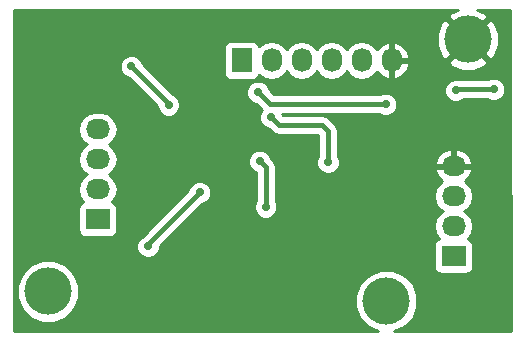
<source format=gbr>
G04 #@! TF.FileFunction,Copper,L2,Bot,Signal*
%FSLAX46Y46*%
G04 Gerber Fmt 4.6, Leading zero omitted, Abs format (unit mm)*
G04 Created by KiCad (PCBNEW (2015-07-31 BZR 6030)-product) date Sat Sep 12 09:44:37 2015*
%MOMM*%
G01*
G04 APERTURE LIST*
%ADD10C,0.100000*%
%ADD11C,4.000000*%
%ADD12R,1.727200X2.032000*%
%ADD13O,1.727200X2.032000*%
%ADD14R,2.032000X1.727200*%
%ADD15O,2.032000X1.727200*%
%ADD16C,0.700000*%
%ADD17C,0.400000*%
%ADD18C,0.254000*%
G04 APERTURE END LIST*
D10*
D11*
X209350400Y-46150400D03*
X173790400Y-67486400D03*
D12*
X190198800Y-47928400D03*
D13*
X192738800Y-47928400D03*
X195278800Y-47928400D03*
X197818800Y-47928400D03*
X200358800Y-47928400D03*
X202898800Y-47928400D03*
D14*
X208131200Y-64489200D03*
D15*
X208131200Y-61949200D03*
X208131200Y-59409200D03*
X208131200Y-56869200D03*
D14*
X178006800Y-61390400D03*
D15*
X178006800Y-58850400D03*
X178006800Y-56310400D03*
X178006800Y-53770400D03*
D11*
X202441600Y-68299200D03*
X209350400Y-46150400D03*
X173790400Y-67486400D03*
D12*
X190198800Y-47928400D03*
D13*
X192738800Y-47928400D03*
X195278800Y-47928400D03*
X197818800Y-47928400D03*
X200358800Y-47928400D03*
X202898800Y-47928400D03*
D14*
X208131200Y-64489200D03*
D15*
X208131200Y-61949200D03*
X208131200Y-59409200D03*
X208131200Y-56869200D03*
D14*
X178006800Y-61390400D03*
D15*
X178006800Y-58850400D03*
X178006800Y-56310400D03*
X178006800Y-53770400D03*
D11*
X202441600Y-68299200D03*
D16*
X211534800Y-50366800D03*
X211534800Y-50366800D03*
X208334400Y-50468400D03*
X202390800Y-51636800D03*
X191570400Y-50620800D03*
X208334400Y-50468400D03*
X202390800Y-51636800D03*
X191570400Y-50620800D03*
X177395400Y-47916400D03*
X196142400Y-65200400D03*
X204473600Y-57936000D03*
X180851600Y-52449600D03*
X181512000Y-61644400D03*
X196142400Y-65200400D03*
X204473600Y-57936000D03*
X180851600Y-52449600D03*
X181512000Y-61644400D03*
X197514000Y-56564400D03*
X192688000Y-52754400D03*
X197514000Y-56564400D03*
X192688000Y-52754400D03*
X192230800Y-60323600D03*
X191722800Y-56462800D03*
X192230800Y-60323600D03*
X191722800Y-56462800D03*
X182274000Y-63676400D03*
X186642800Y-59104400D03*
X182274000Y-63676400D03*
X186642800Y-59104400D03*
X180851600Y-48436400D03*
X180851600Y-48436400D03*
X184001200Y-51687600D03*
X184001200Y-51687600D03*
D17*
X208436000Y-50366800D02*
X211534800Y-50366800D01*
X208334400Y-50468400D02*
X208436000Y-50366800D01*
X192586400Y-51636800D02*
X202390800Y-51636800D01*
X191570400Y-50620800D02*
X192586400Y-51636800D01*
X208436000Y-50366800D02*
X211534800Y-50366800D01*
X208334400Y-50468400D02*
X208436000Y-50366800D01*
X192586400Y-51636800D02*
X202390800Y-51636800D01*
X191570400Y-50620800D02*
X192586400Y-51636800D01*
X203406800Y-65200400D02*
X196142400Y-65200400D01*
X203762400Y-64844800D02*
X203406800Y-65200400D01*
X203762400Y-58647200D02*
X203762400Y-64844800D01*
X204473600Y-57936000D02*
X203762400Y-58647200D01*
X180851600Y-52449600D02*
X181512000Y-53110000D01*
X181512000Y-53110000D02*
X181512000Y-61644400D01*
X203406800Y-65200400D02*
X196142400Y-65200400D01*
X203762400Y-64844800D02*
X203406800Y-65200400D01*
X203762400Y-58647200D02*
X203762400Y-64844800D01*
X204473600Y-57936000D02*
X203762400Y-58647200D01*
X180851600Y-52449600D02*
X181512000Y-53110000D01*
X181512000Y-53110000D02*
X181512000Y-61644400D01*
X197514000Y-53922800D02*
X197514000Y-56564400D01*
X197006000Y-53414800D02*
X197514000Y-53922800D01*
X193348400Y-53414800D02*
X197006000Y-53414800D01*
X192688000Y-52754400D02*
X193348400Y-53414800D01*
X197514000Y-53922800D02*
X197514000Y-56564400D01*
X197006000Y-53414800D02*
X197514000Y-53922800D01*
X193348400Y-53414800D02*
X197006000Y-53414800D01*
X192688000Y-52754400D02*
X193348400Y-53414800D01*
X192230800Y-56970800D02*
X192230800Y-60323600D01*
X191722800Y-56462800D02*
X192230800Y-56970800D01*
X192230800Y-56970800D02*
X192230800Y-60323600D01*
X191722800Y-56462800D02*
X192230800Y-56970800D01*
X182274000Y-63473200D02*
X182274000Y-63676400D01*
X186642800Y-59104400D02*
X182274000Y-63473200D01*
X182274000Y-63473200D02*
X182274000Y-63676400D01*
X186642800Y-59104400D02*
X182274000Y-63473200D01*
X180851600Y-48436400D02*
X184001200Y-51586000D01*
X180851600Y-48436400D02*
X184001200Y-51586000D01*
X184001200Y-51586000D02*
X184001200Y-51687600D01*
X184001200Y-51586000D02*
X184001200Y-51687600D01*
D18*
G36*
X203932258Y-70534347D02*
X204674142Y-69793757D01*
X205076142Y-68825633D01*
X205077057Y-67777366D01*
X204676747Y-66808542D01*
X203936157Y-66066658D01*
X202968033Y-65664658D01*
X201919766Y-65663743D01*
X200950942Y-66064053D01*
X200209058Y-66804643D01*
X200142653Y-66964566D01*
X176425857Y-66964566D01*
X176025547Y-65995742D01*
X175284957Y-65253858D01*
X174316833Y-64851858D01*
X173268566Y-64850943D01*
X172299742Y-65251253D01*
X171557858Y-65991843D01*
X171155858Y-66959967D01*
X171154943Y-68008234D01*
X171555253Y-68977058D01*
X172295843Y-69718942D01*
X173263967Y-70120942D01*
X174312234Y-70121857D01*
X175281058Y-69721547D01*
X176022942Y-68980957D01*
X176424942Y-68012833D01*
X176425857Y-66964566D01*
X200142653Y-66964566D01*
X199807058Y-67772767D01*
X199806143Y-68821034D01*
X200206453Y-69789858D01*
X200947043Y-70531742D01*
X201748654Y-70864600D01*
X170920200Y-70864600D01*
X170920200Y-43635800D01*
X208524831Y-43635800D01*
X207875753Y-43904657D01*
X207654984Y-44275378D01*
X209350400Y-45970795D01*
X211045816Y-44275378D01*
X210825047Y-43904657D01*
X210160956Y-43635800D01*
X212932034Y-43635800D01*
X212937611Y-46653388D01*
X211989519Y-46653388D01*
X211981113Y-45605153D01*
X211596143Y-44675753D01*
X211225422Y-44454984D01*
X209530005Y-46150400D01*
X209170795Y-46150400D01*
X207475378Y-44454984D01*
X207104657Y-44675753D01*
X206711281Y-45647412D01*
X206719687Y-46695647D01*
X207080400Y-47566487D01*
X204383984Y-47566487D01*
X204190754Y-47014080D01*
X203800836Y-46577668D01*
X203273591Y-46323691D01*
X203257826Y-46321042D01*
X203025800Y-46442183D01*
X203025800Y-47801400D01*
X204239724Y-47801400D01*
X204383984Y-47566487D01*
X207080400Y-47566487D01*
X207104657Y-47625047D01*
X207475378Y-47845816D01*
X209170795Y-46150400D01*
X209530005Y-46150400D01*
X211225422Y-47845816D01*
X211596143Y-47625047D01*
X211989519Y-46653388D01*
X212937611Y-46653388D01*
X212940147Y-48025422D01*
X211045816Y-48025422D01*
X209350400Y-46330005D01*
X207654984Y-48025422D01*
X207812729Y-48290313D01*
X204383984Y-48290313D01*
X204239724Y-48055400D01*
X203025800Y-48055400D01*
X203025800Y-49414617D01*
X202771800Y-49414617D01*
X202771800Y-48055400D01*
X202751800Y-48055400D01*
X202751800Y-47801400D01*
X202771800Y-47801400D01*
X202771800Y-46442183D01*
X202539774Y-46321042D01*
X202524009Y-46323691D01*
X201996764Y-46577668D01*
X201625261Y-46993469D01*
X201418470Y-46683985D01*
X200932289Y-46359129D01*
X200358800Y-46245055D01*
X199785311Y-46359129D01*
X199299130Y-46683985D01*
X199088800Y-46998766D01*
X198878470Y-46683985D01*
X198392289Y-46359129D01*
X197818800Y-46245055D01*
X197245311Y-46359129D01*
X196759130Y-46683985D01*
X196548800Y-46998766D01*
X196338470Y-46683985D01*
X195852289Y-46359129D01*
X195278800Y-46245055D01*
X194705311Y-46359129D01*
X194219130Y-46683985D01*
X194008800Y-46998766D01*
X193798470Y-46683985D01*
X193312289Y-46359129D01*
X192738800Y-46245055D01*
X192165311Y-46359129D01*
X191679130Y-46683985D01*
X191669557Y-46698313D01*
X191665562Y-46677083D01*
X191526490Y-46460959D01*
X191314290Y-46315969D01*
X191062400Y-46264960D01*
X189335200Y-46264960D01*
X189099883Y-46309238D01*
X188883759Y-46448310D01*
X188738769Y-46660510D01*
X188687760Y-46912400D01*
X188687760Y-48944400D01*
X188732038Y-49179717D01*
X188871110Y-49395841D01*
X189083310Y-49540831D01*
X189335200Y-49591840D01*
X191062400Y-49591840D01*
X191297717Y-49547562D01*
X191513841Y-49408490D01*
X191658831Y-49196290D01*
X191667200Y-49154961D01*
X191679130Y-49172815D01*
X192165311Y-49497671D01*
X192738800Y-49611745D01*
X193312289Y-49497671D01*
X193798470Y-49172815D01*
X194008800Y-48858034D01*
X194219130Y-49172815D01*
X194705311Y-49497671D01*
X195278800Y-49611745D01*
X195852289Y-49497671D01*
X196338470Y-49172815D01*
X196548800Y-48858034D01*
X196759130Y-49172815D01*
X197245311Y-49497671D01*
X197818800Y-49611745D01*
X198392289Y-49497671D01*
X198878470Y-49172815D01*
X199088800Y-48858034D01*
X199299130Y-49172815D01*
X199785311Y-49497671D01*
X200358800Y-49611745D01*
X200932289Y-49497671D01*
X201418470Y-49172815D01*
X201625261Y-48863331D01*
X201996764Y-49279132D01*
X202524009Y-49533109D01*
X202539774Y-49535758D01*
X202771800Y-49414617D01*
X203025800Y-49414617D01*
X203257826Y-49535758D01*
X203273591Y-49533109D01*
X203800836Y-49279132D01*
X204190754Y-48842720D01*
X204383984Y-48290313D01*
X207812729Y-48290313D01*
X207875753Y-48396143D01*
X208847412Y-48789519D01*
X209895647Y-48781113D01*
X210825047Y-48396143D01*
X211045816Y-48025422D01*
X212940147Y-48025422D01*
X212944115Y-50171731D01*
X212519970Y-50171731D01*
X212370329Y-49809571D01*
X212093486Y-49532245D01*
X211731588Y-49381972D01*
X211339731Y-49381630D01*
X210977571Y-49531271D01*
X210977041Y-49531800D01*
X208647334Y-49531800D01*
X208531188Y-49483572D01*
X208139331Y-49483230D01*
X207777171Y-49632871D01*
X207499845Y-49909714D01*
X207349572Y-50271612D01*
X207349230Y-50663469D01*
X207498871Y-51025629D01*
X207775714Y-51302955D01*
X208109924Y-51441731D01*
X203375970Y-51441731D01*
X203226329Y-51079571D01*
X202949486Y-50802245D01*
X202587588Y-50651972D01*
X202195731Y-50651630D01*
X201833571Y-50801271D01*
X201833041Y-50801800D01*
X192932268Y-50801800D01*
X192555127Y-50424659D01*
X192405929Y-50063571D01*
X192129086Y-49786245D01*
X191767188Y-49635972D01*
X191375331Y-49635630D01*
X191013171Y-49785271D01*
X190735845Y-50062114D01*
X190585572Y-50424012D01*
X190585230Y-50815869D01*
X190734871Y-51178029D01*
X191011714Y-51455355D01*
X191101243Y-51492531D01*
X184986370Y-51492531D01*
X184836729Y-51130371D01*
X184559886Y-50853045D01*
X184370454Y-50774386D01*
X181836327Y-48240259D01*
X181687129Y-47879171D01*
X181410286Y-47601845D01*
X181048388Y-47451572D01*
X180656531Y-47451230D01*
X180294371Y-47600871D01*
X180017045Y-47877714D01*
X179866772Y-48239612D01*
X179866430Y-48631469D01*
X180016071Y-48993629D01*
X180292914Y-49270955D01*
X180654812Y-49421228D01*
X180655561Y-49421229D01*
X183016118Y-51781786D01*
X183016030Y-51882669D01*
X183165671Y-52244829D01*
X183442514Y-52522155D01*
X183804412Y-52672428D01*
X184196269Y-52672770D01*
X184558429Y-52523129D01*
X184835755Y-52246286D01*
X184986028Y-51884388D01*
X184986370Y-51492531D01*
X191101243Y-51492531D01*
X191373612Y-51605628D01*
X191374361Y-51605629D01*
X191908994Y-52140262D01*
X191853445Y-52195714D01*
X191703172Y-52557612D01*
X191702830Y-52949469D01*
X191852471Y-53311629D01*
X192129314Y-53588955D01*
X192491212Y-53739228D01*
X192491961Y-53739229D01*
X192757967Y-54005235D01*
X193028859Y-54186239D01*
X193348400Y-54249800D01*
X196660131Y-54249800D01*
X196679000Y-54268668D01*
X196679000Y-56006786D01*
X196529172Y-56367612D01*
X196528830Y-56759469D01*
X196678471Y-57121629D01*
X196955314Y-57398955D01*
X197317212Y-57549228D01*
X197709069Y-57549570D01*
X198071229Y-57399929D01*
X198348555Y-57123086D01*
X198498828Y-56761188D01*
X198499170Y-56369331D01*
X198349529Y-56007171D01*
X198349000Y-56006641D01*
X198349000Y-53922800D01*
X198285439Y-53603259D01*
X198112765Y-53344834D01*
X198104434Y-53332366D01*
X197596435Y-52824366D01*
X197491723Y-52754400D01*
X197325541Y-52643361D01*
X197006000Y-52579800D01*
X193694268Y-52579800D01*
X193672727Y-52558259D01*
X193637003Y-52471800D01*
X201833186Y-52471800D01*
X202194012Y-52621628D01*
X202585869Y-52621970D01*
X202948029Y-52472329D01*
X203225355Y-52195486D01*
X203375628Y-51833588D01*
X203375970Y-51441731D01*
X208109924Y-51441731D01*
X208137612Y-51453228D01*
X208529469Y-51453570D01*
X208891629Y-51303929D01*
X208993936Y-51201800D01*
X210977186Y-51201800D01*
X211338012Y-51351628D01*
X211729869Y-51351970D01*
X212092029Y-51202329D01*
X212369355Y-50925486D01*
X212519628Y-50563588D01*
X212519970Y-50171731D01*
X212944115Y-50171731D01*
X212955831Y-56510174D01*
X209738558Y-56510174D01*
X209735909Y-56494409D01*
X209481932Y-55967164D01*
X209045520Y-55577246D01*
X208493113Y-55384016D01*
X208258200Y-55528276D01*
X208258200Y-56742200D01*
X208004200Y-56742200D01*
X208004200Y-55528276D01*
X207769287Y-55384016D01*
X207216880Y-55577246D01*
X206780468Y-55967164D01*
X206526491Y-56494409D01*
X206523842Y-56510174D01*
X206644983Y-56742200D01*
X208004200Y-56742200D01*
X208258200Y-56742200D01*
X209617417Y-56742200D01*
X209738558Y-56510174D01*
X212955831Y-56510174D01*
X212965885Y-61949200D01*
X209814545Y-61949200D01*
X209700471Y-61375711D01*
X209375615Y-60889530D01*
X209060834Y-60679200D01*
X209375615Y-60468870D01*
X209700471Y-59982689D01*
X209814545Y-59409200D01*
X209700471Y-58835711D01*
X209375615Y-58349530D01*
X209066131Y-58142739D01*
X209481932Y-57771236D01*
X209735909Y-57243991D01*
X209738558Y-57228226D01*
X209617417Y-56996200D01*
X208258200Y-56996200D01*
X208258200Y-57016200D01*
X208004200Y-57016200D01*
X208004200Y-56996200D01*
X206644983Y-56996200D01*
X206523842Y-57228226D01*
X206526491Y-57243991D01*
X206780468Y-57771236D01*
X207196269Y-58142739D01*
X206886785Y-58349530D01*
X206561929Y-58835711D01*
X206447855Y-59409200D01*
X206561929Y-59982689D01*
X206659377Y-60128531D01*
X193215970Y-60128531D01*
X193066329Y-59766371D01*
X193065800Y-59765841D01*
X193065800Y-56970800D01*
X193002239Y-56651259D01*
X192821234Y-56380366D01*
X192707527Y-56266659D01*
X192558329Y-55905571D01*
X192281486Y-55628245D01*
X191919588Y-55477972D01*
X191527731Y-55477630D01*
X191165571Y-55627271D01*
X190888245Y-55904114D01*
X190737972Y-56266012D01*
X190737630Y-56657869D01*
X190887271Y-57020029D01*
X191164114Y-57297355D01*
X191395800Y-57393559D01*
X191395800Y-58909331D01*
X187627970Y-58909331D01*
X187478329Y-58547171D01*
X187201486Y-58269845D01*
X186839588Y-58119572D01*
X186447731Y-58119230D01*
X186085571Y-58268871D01*
X185808245Y-58545714D01*
X185681729Y-58850400D01*
X179690145Y-58850400D01*
X179576071Y-58276911D01*
X179251215Y-57790730D01*
X178936434Y-57580400D01*
X179251215Y-57370070D01*
X179576071Y-56883889D01*
X179690145Y-56310400D01*
X179576071Y-55736911D01*
X179251215Y-55250730D01*
X178936434Y-55040400D01*
X179251215Y-54830070D01*
X179576071Y-54343889D01*
X179690145Y-53770400D01*
X179576071Y-53196911D01*
X179251215Y-52710730D01*
X178765034Y-52385874D01*
X178191545Y-52271800D01*
X177822055Y-52271800D01*
X177248566Y-52385874D01*
X176762385Y-52710730D01*
X176437529Y-53196911D01*
X176323455Y-53770400D01*
X176437529Y-54343889D01*
X176762385Y-54830070D01*
X177077166Y-55040400D01*
X176762385Y-55250730D01*
X176437529Y-55736911D01*
X176323455Y-56310400D01*
X176437529Y-56883889D01*
X176762385Y-57370070D01*
X177077166Y-57580400D01*
X176762385Y-57790730D01*
X176437529Y-58276911D01*
X176323455Y-58850400D01*
X176437529Y-59423889D01*
X176762385Y-59910070D01*
X176776713Y-59919643D01*
X176755483Y-59923638D01*
X176539359Y-60062710D01*
X176394369Y-60274910D01*
X176343360Y-60526800D01*
X176343360Y-62254000D01*
X176387638Y-62489317D01*
X176526710Y-62705441D01*
X176738910Y-62850431D01*
X176990800Y-62901440D01*
X179022800Y-62901440D01*
X179258117Y-62857162D01*
X179474241Y-62718090D01*
X179619231Y-62505890D01*
X179670240Y-62254000D01*
X179670240Y-60526800D01*
X179625962Y-60291483D01*
X179486890Y-60075359D01*
X179274690Y-59930369D01*
X179233361Y-59922000D01*
X179251215Y-59910070D01*
X179576071Y-59423889D01*
X179690145Y-58850400D01*
X185681729Y-58850400D01*
X185657972Y-58907612D01*
X185657971Y-58908361D01*
X181731580Y-62834752D01*
X181716771Y-62840871D01*
X181439445Y-63117714D01*
X181289172Y-63479612D01*
X181288830Y-63871469D01*
X181438471Y-64233629D01*
X181715314Y-64510955D01*
X182077212Y-64661228D01*
X182469069Y-64661570D01*
X182831229Y-64511929D01*
X183108555Y-64235086D01*
X183258828Y-63873188D01*
X183259006Y-63669062D01*
X186838941Y-60089127D01*
X187200029Y-59939929D01*
X187477355Y-59663086D01*
X187627628Y-59301188D01*
X187627970Y-58909331D01*
X191395800Y-58909331D01*
X191395800Y-59765986D01*
X191245972Y-60126812D01*
X191245630Y-60518669D01*
X191395271Y-60880829D01*
X191672114Y-61158155D01*
X192034012Y-61308428D01*
X192425869Y-61308770D01*
X192788029Y-61159129D01*
X193065355Y-60882286D01*
X193215628Y-60520388D01*
X193215970Y-60128531D01*
X206659377Y-60128531D01*
X206886785Y-60468870D01*
X207201566Y-60679200D01*
X206886785Y-60889530D01*
X206561929Y-61375711D01*
X206447855Y-61949200D01*
X206561929Y-62522689D01*
X206886785Y-63008870D01*
X206901113Y-63018443D01*
X206879883Y-63022438D01*
X206663759Y-63161510D01*
X206518769Y-63373710D01*
X206467760Y-63625600D01*
X206467760Y-65352800D01*
X206512038Y-65588117D01*
X206651110Y-65804241D01*
X206863310Y-65949231D01*
X207115200Y-66000240D01*
X209147200Y-66000240D01*
X209382517Y-65955962D01*
X209598641Y-65816890D01*
X209743631Y-65604690D01*
X209794640Y-65352800D01*
X209794640Y-63625600D01*
X209750362Y-63390283D01*
X209611290Y-63174159D01*
X209399090Y-63029169D01*
X209357761Y-63020800D01*
X209375615Y-63008870D01*
X209700471Y-62522689D01*
X209814545Y-61949200D01*
X212965885Y-61949200D01*
X212982365Y-70864600D01*
X203132985Y-70864600D01*
X203932258Y-70534347D01*
X203932258Y-70534347D01*
G37*
X203932258Y-70534347D02*
X204674142Y-69793757D01*
X205076142Y-68825633D01*
X205077057Y-67777366D01*
X204676747Y-66808542D01*
X203936157Y-66066658D01*
X202968033Y-65664658D01*
X201919766Y-65663743D01*
X200950942Y-66064053D01*
X200209058Y-66804643D01*
X200142653Y-66964566D01*
X176425857Y-66964566D01*
X176025547Y-65995742D01*
X175284957Y-65253858D01*
X174316833Y-64851858D01*
X173268566Y-64850943D01*
X172299742Y-65251253D01*
X171557858Y-65991843D01*
X171155858Y-66959967D01*
X171154943Y-68008234D01*
X171555253Y-68977058D01*
X172295843Y-69718942D01*
X173263967Y-70120942D01*
X174312234Y-70121857D01*
X175281058Y-69721547D01*
X176022942Y-68980957D01*
X176424942Y-68012833D01*
X176425857Y-66964566D01*
X200142653Y-66964566D01*
X199807058Y-67772767D01*
X199806143Y-68821034D01*
X200206453Y-69789858D01*
X200947043Y-70531742D01*
X201748654Y-70864600D01*
X170920200Y-70864600D01*
X170920200Y-43635800D01*
X208524831Y-43635800D01*
X207875753Y-43904657D01*
X207654984Y-44275378D01*
X209350400Y-45970795D01*
X211045816Y-44275378D01*
X210825047Y-43904657D01*
X210160956Y-43635800D01*
X212932034Y-43635800D01*
X212937611Y-46653388D01*
X211989519Y-46653388D01*
X211981113Y-45605153D01*
X211596143Y-44675753D01*
X211225422Y-44454984D01*
X209530005Y-46150400D01*
X209170795Y-46150400D01*
X207475378Y-44454984D01*
X207104657Y-44675753D01*
X206711281Y-45647412D01*
X206719687Y-46695647D01*
X207080400Y-47566487D01*
X204383984Y-47566487D01*
X204190754Y-47014080D01*
X203800836Y-46577668D01*
X203273591Y-46323691D01*
X203257826Y-46321042D01*
X203025800Y-46442183D01*
X203025800Y-47801400D01*
X204239724Y-47801400D01*
X204383984Y-47566487D01*
X207080400Y-47566487D01*
X207104657Y-47625047D01*
X207475378Y-47845816D01*
X209170795Y-46150400D01*
X209530005Y-46150400D01*
X211225422Y-47845816D01*
X211596143Y-47625047D01*
X211989519Y-46653388D01*
X212937611Y-46653388D01*
X212940147Y-48025422D01*
X211045816Y-48025422D01*
X209350400Y-46330005D01*
X207654984Y-48025422D01*
X207812729Y-48290313D01*
X204383984Y-48290313D01*
X204239724Y-48055400D01*
X203025800Y-48055400D01*
X203025800Y-49414617D01*
X202771800Y-49414617D01*
X202771800Y-48055400D01*
X202751800Y-48055400D01*
X202751800Y-47801400D01*
X202771800Y-47801400D01*
X202771800Y-46442183D01*
X202539774Y-46321042D01*
X202524009Y-46323691D01*
X201996764Y-46577668D01*
X201625261Y-46993469D01*
X201418470Y-46683985D01*
X200932289Y-46359129D01*
X200358800Y-46245055D01*
X199785311Y-46359129D01*
X199299130Y-46683985D01*
X199088800Y-46998766D01*
X198878470Y-46683985D01*
X198392289Y-46359129D01*
X197818800Y-46245055D01*
X197245311Y-46359129D01*
X196759130Y-46683985D01*
X196548800Y-46998766D01*
X196338470Y-46683985D01*
X195852289Y-46359129D01*
X195278800Y-46245055D01*
X194705311Y-46359129D01*
X194219130Y-46683985D01*
X194008800Y-46998766D01*
X193798470Y-46683985D01*
X193312289Y-46359129D01*
X192738800Y-46245055D01*
X192165311Y-46359129D01*
X191679130Y-46683985D01*
X191669557Y-46698313D01*
X191665562Y-46677083D01*
X191526490Y-46460959D01*
X191314290Y-46315969D01*
X191062400Y-46264960D01*
X189335200Y-46264960D01*
X189099883Y-46309238D01*
X188883759Y-46448310D01*
X188738769Y-46660510D01*
X188687760Y-46912400D01*
X188687760Y-48944400D01*
X188732038Y-49179717D01*
X188871110Y-49395841D01*
X189083310Y-49540831D01*
X189335200Y-49591840D01*
X191062400Y-49591840D01*
X191297717Y-49547562D01*
X191513841Y-49408490D01*
X191658831Y-49196290D01*
X191667200Y-49154961D01*
X191679130Y-49172815D01*
X192165311Y-49497671D01*
X192738800Y-49611745D01*
X193312289Y-49497671D01*
X193798470Y-49172815D01*
X194008800Y-48858034D01*
X194219130Y-49172815D01*
X194705311Y-49497671D01*
X195278800Y-49611745D01*
X195852289Y-49497671D01*
X196338470Y-49172815D01*
X196548800Y-48858034D01*
X196759130Y-49172815D01*
X197245311Y-49497671D01*
X197818800Y-49611745D01*
X198392289Y-49497671D01*
X198878470Y-49172815D01*
X199088800Y-48858034D01*
X199299130Y-49172815D01*
X199785311Y-49497671D01*
X200358800Y-49611745D01*
X200932289Y-49497671D01*
X201418470Y-49172815D01*
X201625261Y-48863331D01*
X201996764Y-49279132D01*
X202524009Y-49533109D01*
X202539774Y-49535758D01*
X202771800Y-49414617D01*
X203025800Y-49414617D01*
X203257826Y-49535758D01*
X203273591Y-49533109D01*
X203800836Y-49279132D01*
X204190754Y-48842720D01*
X204383984Y-48290313D01*
X207812729Y-48290313D01*
X207875753Y-48396143D01*
X208847412Y-48789519D01*
X209895647Y-48781113D01*
X210825047Y-48396143D01*
X211045816Y-48025422D01*
X212940147Y-48025422D01*
X212944115Y-50171731D01*
X212519970Y-50171731D01*
X212370329Y-49809571D01*
X212093486Y-49532245D01*
X211731588Y-49381972D01*
X211339731Y-49381630D01*
X210977571Y-49531271D01*
X210977041Y-49531800D01*
X208647334Y-49531800D01*
X208531188Y-49483572D01*
X208139331Y-49483230D01*
X207777171Y-49632871D01*
X207499845Y-49909714D01*
X207349572Y-50271612D01*
X207349230Y-50663469D01*
X207498871Y-51025629D01*
X207775714Y-51302955D01*
X208109924Y-51441731D01*
X203375970Y-51441731D01*
X203226329Y-51079571D01*
X202949486Y-50802245D01*
X202587588Y-50651972D01*
X202195731Y-50651630D01*
X201833571Y-50801271D01*
X201833041Y-50801800D01*
X192932268Y-50801800D01*
X192555127Y-50424659D01*
X192405929Y-50063571D01*
X192129086Y-49786245D01*
X191767188Y-49635972D01*
X191375331Y-49635630D01*
X191013171Y-49785271D01*
X190735845Y-50062114D01*
X190585572Y-50424012D01*
X190585230Y-50815869D01*
X190734871Y-51178029D01*
X191011714Y-51455355D01*
X191101243Y-51492531D01*
X184986370Y-51492531D01*
X184836729Y-51130371D01*
X184559886Y-50853045D01*
X184370454Y-50774386D01*
X181836327Y-48240259D01*
X181687129Y-47879171D01*
X181410286Y-47601845D01*
X181048388Y-47451572D01*
X180656531Y-47451230D01*
X180294371Y-47600871D01*
X180017045Y-47877714D01*
X179866772Y-48239612D01*
X179866430Y-48631469D01*
X180016071Y-48993629D01*
X180292914Y-49270955D01*
X180654812Y-49421228D01*
X180655561Y-49421229D01*
X183016118Y-51781786D01*
X183016030Y-51882669D01*
X183165671Y-52244829D01*
X183442514Y-52522155D01*
X183804412Y-52672428D01*
X184196269Y-52672770D01*
X184558429Y-52523129D01*
X184835755Y-52246286D01*
X184986028Y-51884388D01*
X184986370Y-51492531D01*
X191101243Y-51492531D01*
X191373612Y-51605628D01*
X191374361Y-51605629D01*
X191908994Y-52140262D01*
X191853445Y-52195714D01*
X191703172Y-52557612D01*
X191702830Y-52949469D01*
X191852471Y-53311629D01*
X192129314Y-53588955D01*
X192491212Y-53739228D01*
X192491961Y-53739229D01*
X192757967Y-54005235D01*
X193028859Y-54186239D01*
X193348400Y-54249800D01*
X196660131Y-54249800D01*
X196679000Y-54268668D01*
X196679000Y-56006786D01*
X196529172Y-56367612D01*
X196528830Y-56759469D01*
X196678471Y-57121629D01*
X196955314Y-57398955D01*
X197317212Y-57549228D01*
X197709069Y-57549570D01*
X198071229Y-57399929D01*
X198348555Y-57123086D01*
X198498828Y-56761188D01*
X198499170Y-56369331D01*
X198349529Y-56007171D01*
X198349000Y-56006641D01*
X198349000Y-53922800D01*
X198285439Y-53603259D01*
X198112765Y-53344834D01*
X198104434Y-53332366D01*
X197596435Y-52824366D01*
X197491723Y-52754400D01*
X197325541Y-52643361D01*
X197006000Y-52579800D01*
X193694268Y-52579800D01*
X193672727Y-52558259D01*
X193637003Y-52471800D01*
X201833186Y-52471800D01*
X202194012Y-52621628D01*
X202585869Y-52621970D01*
X202948029Y-52472329D01*
X203225355Y-52195486D01*
X203375628Y-51833588D01*
X203375970Y-51441731D01*
X208109924Y-51441731D01*
X208137612Y-51453228D01*
X208529469Y-51453570D01*
X208891629Y-51303929D01*
X208993936Y-51201800D01*
X210977186Y-51201800D01*
X211338012Y-51351628D01*
X211729869Y-51351970D01*
X212092029Y-51202329D01*
X212369355Y-50925486D01*
X212519628Y-50563588D01*
X212519970Y-50171731D01*
X212944115Y-50171731D01*
X212955831Y-56510174D01*
X209738558Y-56510174D01*
X209735909Y-56494409D01*
X209481932Y-55967164D01*
X209045520Y-55577246D01*
X208493113Y-55384016D01*
X208258200Y-55528276D01*
X208258200Y-56742200D01*
X208004200Y-56742200D01*
X208004200Y-55528276D01*
X207769287Y-55384016D01*
X207216880Y-55577246D01*
X206780468Y-55967164D01*
X206526491Y-56494409D01*
X206523842Y-56510174D01*
X206644983Y-56742200D01*
X208004200Y-56742200D01*
X208258200Y-56742200D01*
X209617417Y-56742200D01*
X209738558Y-56510174D01*
X212955831Y-56510174D01*
X212965885Y-61949200D01*
X209814545Y-61949200D01*
X209700471Y-61375711D01*
X209375615Y-60889530D01*
X209060834Y-60679200D01*
X209375615Y-60468870D01*
X209700471Y-59982689D01*
X209814545Y-59409200D01*
X209700471Y-58835711D01*
X209375615Y-58349530D01*
X209066131Y-58142739D01*
X209481932Y-57771236D01*
X209735909Y-57243991D01*
X209738558Y-57228226D01*
X209617417Y-56996200D01*
X208258200Y-56996200D01*
X208258200Y-57016200D01*
X208004200Y-57016200D01*
X208004200Y-56996200D01*
X206644983Y-56996200D01*
X206523842Y-57228226D01*
X206526491Y-57243991D01*
X206780468Y-57771236D01*
X207196269Y-58142739D01*
X206886785Y-58349530D01*
X206561929Y-58835711D01*
X206447855Y-59409200D01*
X206561929Y-59982689D01*
X206659377Y-60128531D01*
X193215970Y-60128531D01*
X193066329Y-59766371D01*
X193065800Y-59765841D01*
X193065800Y-56970800D01*
X193002239Y-56651259D01*
X192821234Y-56380366D01*
X192707527Y-56266659D01*
X192558329Y-55905571D01*
X192281486Y-55628245D01*
X191919588Y-55477972D01*
X191527731Y-55477630D01*
X191165571Y-55627271D01*
X190888245Y-55904114D01*
X190737972Y-56266012D01*
X190737630Y-56657869D01*
X190887271Y-57020029D01*
X191164114Y-57297355D01*
X191395800Y-57393559D01*
X191395800Y-58909331D01*
X187627970Y-58909331D01*
X187478329Y-58547171D01*
X187201486Y-58269845D01*
X186839588Y-58119572D01*
X186447731Y-58119230D01*
X186085571Y-58268871D01*
X185808245Y-58545714D01*
X185681729Y-58850400D01*
X179690145Y-58850400D01*
X179576071Y-58276911D01*
X179251215Y-57790730D01*
X178936434Y-57580400D01*
X179251215Y-57370070D01*
X179576071Y-56883889D01*
X179690145Y-56310400D01*
X179576071Y-55736911D01*
X179251215Y-55250730D01*
X178936434Y-55040400D01*
X179251215Y-54830070D01*
X179576071Y-54343889D01*
X179690145Y-53770400D01*
X179576071Y-53196911D01*
X179251215Y-52710730D01*
X178765034Y-52385874D01*
X178191545Y-52271800D01*
X177822055Y-52271800D01*
X177248566Y-52385874D01*
X176762385Y-52710730D01*
X176437529Y-53196911D01*
X176323455Y-53770400D01*
X176437529Y-54343889D01*
X176762385Y-54830070D01*
X177077166Y-55040400D01*
X176762385Y-55250730D01*
X176437529Y-55736911D01*
X176323455Y-56310400D01*
X176437529Y-56883889D01*
X176762385Y-57370070D01*
X177077166Y-57580400D01*
X176762385Y-57790730D01*
X176437529Y-58276911D01*
X176323455Y-58850400D01*
X176437529Y-59423889D01*
X176762385Y-59910070D01*
X176776713Y-59919643D01*
X176755483Y-59923638D01*
X176539359Y-60062710D01*
X176394369Y-60274910D01*
X176343360Y-60526800D01*
X176343360Y-62254000D01*
X176387638Y-62489317D01*
X176526710Y-62705441D01*
X176738910Y-62850431D01*
X176990800Y-62901440D01*
X179022800Y-62901440D01*
X179258117Y-62857162D01*
X179474241Y-62718090D01*
X179619231Y-62505890D01*
X179670240Y-62254000D01*
X179670240Y-60526800D01*
X179625962Y-60291483D01*
X179486890Y-60075359D01*
X179274690Y-59930369D01*
X179233361Y-59922000D01*
X179251215Y-59910070D01*
X179576071Y-59423889D01*
X179690145Y-58850400D01*
X185681729Y-58850400D01*
X185657972Y-58907612D01*
X185657971Y-58908361D01*
X181731580Y-62834752D01*
X181716771Y-62840871D01*
X181439445Y-63117714D01*
X181289172Y-63479612D01*
X181288830Y-63871469D01*
X181438471Y-64233629D01*
X181715314Y-64510955D01*
X182077212Y-64661228D01*
X182469069Y-64661570D01*
X182831229Y-64511929D01*
X183108555Y-64235086D01*
X183258828Y-63873188D01*
X183259006Y-63669062D01*
X186838941Y-60089127D01*
X187200029Y-59939929D01*
X187477355Y-59663086D01*
X187627628Y-59301188D01*
X187627970Y-58909331D01*
X191395800Y-58909331D01*
X191395800Y-59765986D01*
X191245972Y-60126812D01*
X191245630Y-60518669D01*
X191395271Y-60880829D01*
X191672114Y-61158155D01*
X192034012Y-61308428D01*
X192425869Y-61308770D01*
X192788029Y-61159129D01*
X193065355Y-60882286D01*
X193215628Y-60520388D01*
X193215970Y-60128531D01*
X206659377Y-60128531D01*
X206886785Y-60468870D01*
X207201566Y-60679200D01*
X206886785Y-60889530D01*
X206561929Y-61375711D01*
X206447855Y-61949200D01*
X206561929Y-62522689D01*
X206886785Y-63008870D01*
X206901113Y-63018443D01*
X206879883Y-63022438D01*
X206663759Y-63161510D01*
X206518769Y-63373710D01*
X206467760Y-63625600D01*
X206467760Y-65352800D01*
X206512038Y-65588117D01*
X206651110Y-65804241D01*
X206863310Y-65949231D01*
X207115200Y-66000240D01*
X209147200Y-66000240D01*
X209382517Y-65955962D01*
X209598641Y-65816890D01*
X209743631Y-65604690D01*
X209794640Y-65352800D01*
X209794640Y-63625600D01*
X209750362Y-63390283D01*
X209611290Y-63174159D01*
X209399090Y-63029169D01*
X209357761Y-63020800D01*
X209375615Y-63008870D01*
X209700471Y-62522689D01*
X209814545Y-61949200D01*
X212965885Y-61949200D01*
X212982365Y-70864600D01*
X203132985Y-70864600D01*
X203932258Y-70534347D01*
G36*
X203932258Y-70534347D02*
X204674142Y-69793757D01*
X205076142Y-68825633D01*
X205077057Y-67777366D01*
X204676747Y-66808542D01*
X203936157Y-66066658D01*
X202968033Y-65664658D01*
X201919766Y-65663743D01*
X200950942Y-66064053D01*
X200209058Y-66804643D01*
X200142653Y-66964566D01*
X176425857Y-66964566D01*
X176025547Y-65995742D01*
X175284957Y-65253858D01*
X174316833Y-64851858D01*
X173268566Y-64850943D01*
X172299742Y-65251253D01*
X171557858Y-65991843D01*
X171155858Y-66959967D01*
X171154943Y-68008234D01*
X171555253Y-68977058D01*
X172295843Y-69718942D01*
X173263967Y-70120942D01*
X174312234Y-70121857D01*
X175281058Y-69721547D01*
X176022942Y-68980957D01*
X176424942Y-68012833D01*
X176425857Y-66964566D01*
X200142653Y-66964566D01*
X199807058Y-67772767D01*
X199806143Y-68821034D01*
X200206453Y-69789858D01*
X200947043Y-70531742D01*
X201748654Y-70864600D01*
X170920200Y-70864600D01*
X170920200Y-43635800D01*
X208524831Y-43635800D01*
X207875753Y-43904657D01*
X207654984Y-44275378D01*
X209350400Y-45970795D01*
X211045816Y-44275378D01*
X210825047Y-43904657D01*
X210160956Y-43635800D01*
X212932034Y-43635800D01*
X212937611Y-46653388D01*
X211989519Y-46653388D01*
X211981113Y-45605153D01*
X211596143Y-44675753D01*
X211225422Y-44454984D01*
X209530005Y-46150400D01*
X209170795Y-46150400D01*
X207475378Y-44454984D01*
X207104657Y-44675753D01*
X206711281Y-45647412D01*
X206719687Y-46695647D01*
X207080400Y-47566487D01*
X204383984Y-47566487D01*
X204190754Y-47014080D01*
X203800836Y-46577668D01*
X203273591Y-46323691D01*
X203257826Y-46321042D01*
X203025800Y-46442183D01*
X203025800Y-47801400D01*
X204239724Y-47801400D01*
X204383984Y-47566487D01*
X207080400Y-47566487D01*
X207104657Y-47625047D01*
X207475378Y-47845816D01*
X209170795Y-46150400D01*
X209530005Y-46150400D01*
X211225422Y-47845816D01*
X211596143Y-47625047D01*
X211989519Y-46653388D01*
X212937611Y-46653388D01*
X212940147Y-48025422D01*
X211045816Y-48025422D01*
X209350400Y-46330005D01*
X207654984Y-48025422D01*
X207812729Y-48290313D01*
X204383984Y-48290313D01*
X204239724Y-48055400D01*
X203025800Y-48055400D01*
X203025800Y-49414617D01*
X202771800Y-49414617D01*
X202771800Y-48055400D01*
X202751800Y-48055400D01*
X202751800Y-47801400D01*
X202771800Y-47801400D01*
X202771800Y-46442183D01*
X202539774Y-46321042D01*
X202524009Y-46323691D01*
X201996764Y-46577668D01*
X201625261Y-46993469D01*
X201418470Y-46683985D01*
X200932289Y-46359129D01*
X200358800Y-46245055D01*
X199785311Y-46359129D01*
X199299130Y-46683985D01*
X199088800Y-46998766D01*
X198878470Y-46683985D01*
X198392289Y-46359129D01*
X197818800Y-46245055D01*
X197245311Y-46359129D01*
X196759130Y-46683985D01*
X196548800Y-46998766D01*
X196338470Y-46683985D01*
X195852289Y-46359129D01*
X195278800Y-46245055D01*
X194705311Y-46359129D01*
X194219130Y-46683985D01*
X194008800Y-46998766D01*
X193798470Y-46683985D01*
X193312289Y-46359129D01*
X192738800Y-46245055D01*
X192165311Y-46359129D01*
X191679130Y-46683985D01*
X191669557Y-46698313D01*
X191665562Y-46677083D01*
X191526490Y-46460959D01*
X191314290Y-46315969D01*
X191062400Y-46264960D01*
X189335200Y-46264960D01*
X189099883Y-46309238D01*
X188883759Y-46448310D01*
X188738769Y-46660510D01*
X188687760Y-46912400D01*
X188687760Y-48944400D01*
X188732038Y-49179717D01*
X188871110Y-49395841D01*
X189083310Y-49540831D01*
X189335200Y-49591840D01*
X191062400Y-49591840D01*
X191297717Y-49547562D01*
X191513841Y-49408490D01*
X191658831Y-49196290D01*
X191667200Y-49154961D01*
X191679130Y-49172815D01*
X192165311Y-49497671D01*
X192738800Y-49611745D01*
X193312289Y-49497671D01*
X193798470Y-49172815D01*
X194008800Y-48858034D01*
X194219130Y-49172815D01*
X194705311Y-49497671D01*
X195278800Y-49611745D01*
X195852289Y-49497671D01*
X196338470Y-49172815D01*
X196548800Y-48858034D01*
X196759130Y-49172815D01*
X197245311Y-49497671D01*
X197818800Y-49611745D01*
X198392289Y-49497671D01*
X198878470Y-49172815D01*
X199088800Y-48858034D01*
X199299130Y-49172815D01*
X199785311Y-49497671D01*
X200358800Y-49611745D01*
X200932289Y-49497671D01*
X201418470Y-49172815D01*
X201625261Y-48863331D01*
X201996764Y-49279132D01*
X202524009Y-49533109D01*
X202539774Y-49535758D01*
X202771800Y-49414617D01*
X203025800Y-49414617D01*
X203257826Y-49535758D01*
X203273591Y-49533109D01*
X203800836Y-49279132D01*
X204190754Y-48842720D01*
X204383984Y-48290313D01*
X207812729Y-48290313D01*
X207875753Y-48396143D01*
X208847412Y-48789519D01*
X209895647Y-48781113D01*
X210825047Y-48396143D01*
X211045816Y-48025422D01*
X212940147Y-48025422D01*
X212944115Y-50171731D01*
X212519970Y-50171731D01*
X212370329Y-49809571D01*
X212093486Y-49532245D01*
X211731588Y-49381972D01*
X211339731Y-49381630D01*
X210977571Y-49531271D01*
X210977041Y-49531800D01*
X208647334Y-49531800D01*
X208531188Y-49483572D01*
X208139331Y-49483230D01*
X207777171Y-49632871D01*
X207499845Y-49909714D01*
X207349572Y-50271612D01*
X207349230Y-50663469D01*
X207498871Y-51025629D01*
X207775714Y-51302955D01*
X208109924Y-51441731D01*
X203375970Y-51441731D01*
X203226329Y-51079571D01*
X202949486Y-50802245D01*
X202587588Y-50651972D01*
X202195731Y-50651630D01*
X201833571Y-50801271D01*
X201833041Y-50801800D01*
X192932268Y-50801800D01*
X192555127Y-50424659D01*
X192405929Y-50063571D01*
X192129086Y-49786245D01*
X191767188Y-49635972D01*
X191375331Y-49635630D01*
X191013171Y-49785271D01*
X190735845Y-50062114D01*
X190585572Y-50424012D01*
X190585230Y-50815869D01*
X190734871Y-51178029D01*
X191011714Y-51455355D01*
X191101243Y-51492531D01*
X184986370Y-51492531D01*
X184836729Y-51130371D01*
X184559886Y-50853045D01*
X184370454Y-50774386D01*
X181836327Y-48240259D01*
X181687129Y-47879171D01*
X181410286Y-47601845D01*
X181048388Y-47451572D01*
X180656531Y-47451230D01*
X180294371Y-47600871D01*
X180017045Y-47877714D01*
X179866772Y-48239612D01*
X179866430Y-48631469D01*
X180016071Y-48993629D01*
X180292914Y-49270955D01*
X180654812Y-49421228D01*
X180655561Y-49421229D01*
X183016118Y-51781786D01*
X183016030Y-51882669D01*
X183165671Y-52244829D01*
X183442514Y-52522155D01*
X183804412Y-52672428D01*
X184196269Y-52672770D01*
X184558429Y-52523129D01*
X184835755Y-52246286D01*
X184986028Y-51884388D01*
X184986370Y-51492531D01*
X191101243Y-51492531D01*
X191373612Y-51605628D01*
X191374361Y-51605629D01*
X191908994Y-52140262D01*
X191853445Y-52195714D01*
X191703172Y-52557612D01*
X191702830Y-52949469D01*
X191852471Y-53311629D01*
X192129314Y-53588955D01*
X192491212Y-53739228D01*
X192491961Y-53739229D01*
X192757967Y-54005235D01*
X193028859Y-54186239D01*
X193348400Y-54249800D01*
X196660131Y-54249800D01*
X196679000Y-54268668D01*
X196679000Y-56006786D01*
X196529172Y-56367612D01*
X196528830Y-56759469D01*
X196678471Y-57121629D01*
X196955314Y-57398955D01*
X197317212Y-57549228D01*
X197709069Y-57549570D01*
X198071229Y-57399929D01*
X198348555Y-57123086D01*
X198498828Y-56761188D01*
X198499170Y-56369331D01*
X198349529Y-56007171D01*
X198349000Y-56006641D01*
X198349000Y-53922800D01*
X198285439Y-53603259D01*
X198112765Y-53344834D01*
X198104434Y-53332366D01*
X197596435Y-52824366D01*
X197491723Y-52754400D01*
X197325541Y-52643361D01*
X197006000Y-52579800D01*
X193694268Y-52579800D01*
X193672727Y-52558259D01*
X193637003Y-52471800D01*
X201833186Y-52471800D01*
X202194012Y-52621628D01*
X202585869Y-52621970D01*
X202948029Y-52472329D01*
X203225355Y-52195486D01*
X203375628Y-51833588D01*
X203375970Y-51441731D01*
X208109924Y-51441731D01*
X208137612Y-51453228D01*
X208529469Y-51453570D01*
X208891629Y-51303929D01*
X208993936Y-51201800D01*
X210977186Y-51201800D01*
X211338012Y-51351628D01*
X211729869Y-51351970D01*
X212092029Y-51202329D01*
X212369355Y-50925486D01*
X212519628Y-50563588D01*
X212519970Y-50171731D01*
X212944115Y-50171731D01*
X212955831Y-56510174D01*
X209738558Y-56510174D01*
X209735909Y-56494409D01*
X209481932Y-55967164D01*
X209045520Y-55577246D01*
X208493113Y-55384016D01*
X208258200Y-55528276D01*
X208258200Y-56742200D01*
X208004200Y-56742200D01*
X208004200Y-55528276D01*
X207769287Y-55384016D01*
X207216880Y-55577246D01*
X206780468Y-55967164D01*
X206526491Y-56494409D01*
X206523842Y-56510174D01*
X206644983Y-56742200D01*
X208004200Y-56742200D01*
X208258200Y-56742200D01*
X209617417Y-56742200D01*
X209738558Y-56510174D01*
X212955831Y-56510174D01*
X212965885Y-61949200D01*
X209814545Y-61949200D01*
X209700471Y-61375711D01*
X209375615Y-60889530D01*
X209060834Y-60679200D01*
X209375615Y-60468870D01*
X209700471Y-59982689D01*
X209814545Y-59409200D01*
X209700471Y-58835711D01*
X209375615Y-58349530D01*
X209066131Y-58142739D01*
X209481932Y-57771236D01*
X209735909Y-57243991D01*
X209738558Y-57228226D01*
X209617417Y-56996200D01*
X208258200Y-56996200D01*
X208258200Y-57016200D01*
X208004200Y-57016200D01*
X208004200Y-56996200D01*
X206644983Y-56996200D01*
X206523842Y-57228226D01*
X206526491Y-57243991D01*
X206780468Y-57771236D01*
X207196269Y-58142739D01*
X206886785Y-58349530D01*
X206561929Y-58835711D01*
X206447855Y-59409200D01*
X206561929Y-59982689D01*
X206659377Y-60128531D01*
X193215970Y-60128531D01*
X193066329Y-59766371D01*
X193065800Y-59765841D01*
X193065800Y-56970800D01*
X193002239Y-56651259D01*
X192821234Y-56380366D01*
X192707527Y-56266659D01*
X192558329Y-55905571D01*
X192281486Y-55628245D01*
X191919588Y-55477972D01*
X191527731Y-55477630D01*
X191165571Y-55627271D01*
X190888245Y-55904114D01*
X190737972Y-56266012D01*
X190737630Y-56657869D01*
X190887271Y-57020029D01*
X191164114Y-57297355D01*
X191395800Y-57393559D01*
X191395800Y-58909331D01*
X187627970Y-58909331D01*
X187478329Y-58547171D01*
X187201486Y-58269845D01*
X186839588Y-58119572D01*
X186447731Y-58119230D01*
X186085571Y-58268871D01*
X185808245Y-58545714D01*
X185681729Y-58850400D01*
X179690145Y-58850400D01*
X179576071Y-58276911D01*
X179251215Y-57790730D01*
X178936434Y-57580400D01*
X179251215Y-57370070D01*
X179576071Y-56883889D01*
X179690145Y-56310400D01*
X179576071Y-55736911D01*
X179251215Y-55250730D01*
X178936434Y-55040400D01*
X179251215Y-54830070D01*
X179576071Y-54343889D01*
X179690145Y-53770400D01*
X179576071Y-53196911D01*
X179251215Y-52710730D01*
X178765034Y-52385874D01*
X178191545Y-52271800D01*
X177822055Y-52271800D01*
X177248566Y-52385874D01*
X176762385Y-52710730D01*
X176437529Y-53196911D01*
X176323455Y-53770400D01*
X176437529Y-54343889D01*
X176762385Y-54830070D01*
X177077166Y-55040400D01*
X176762385Y-55250730D01*
X176437529Y-55736911D01*
X176323455Y-56310400D01*
X176437529Y-56883889D01*
X176762385Y-57370070D01*
X177077166Y-57580400D01*
X176762385Y-57790730D01*
X176437529Y-58276911D01*
X176323455Y-58850400D01*
X176437529Y-59423889D01*
X176762385Y-59910070D01*
X176776713Y-59919643D01*
X176755483Y-59923638D01*
X176539359Y-60062710D01*
X176394369Y-60274910D01*
X176343360Y-60526800D01*
X176343360Y-62254000D01*
X176387638Y-62489317D01*
X176526710Y-62705441D01*
X176738910Y-62850431D01*
X176990800Y-62901440D01*
X179022800Y-62901440D01*
X179258117Y-62857162D01*
X179474241Y-62718090D01*
X179619231Y-62505890D01*
X179670240Y-62254000D01*
X179670240Y-60526800D01*
X179625962Y-60291483D01*
X179486890Y-60075359D01*
X179274690Y-59930369D01*
X179233361Y-59922000D01*
X179251215Y-59910070D01*
X179576071Y-59423889D01*
X179690145Y-58850400D01*
X185681729Y-58850400D01*
X185657972Y-58907612D01*
X185657971Y-58908361D01*
X181731580Y-62834752D01*
X181716771Y-62840871D01*
X181439445Y-63117714D01*
X181289172Y-63479612D01*
X181288830Y-63871469D01*
X181438471Y-64233629D01*
X181715314Y-64510955D01*
X182077212Y-64661228D01*
X182469069Y-64661570D01*
X182831229Y-64511929D01*
X183108555Y-64235086D01*
X183258828Y-63873188D01*
X183259006Y-63669062D01*
X186838941Y-60089127D01*
X187200029Y-59939929D01*
X187477355Y-59663086D01*
X187627628Y-59301188D01*
X187627970Y-58909331D01*
X191395800Y-58909331D01*
X191395800Y-59765986D01*
X191245972Y-60126812D01*
X191245630Y-60518669D01*
X191395271Y-60880829D01*
X191672114Y-61158155D01*
X192034012Y-61308428D01*
X192425869Y-61308770D01*
X192788029Y-61159129D01*
X193065355Y-60882286D01*
X193215628Y-60520388D01*
X193215970Y-60128531D01*
X206659377Y-60128531D01*
X206886785Y-60468870D01*
X207201566Y-60679200D01*
X206886785Y-60889530D01*
X206561929Y-61375711D01*
X206447855Y-61949200D01*
X206561929Y-62522689D01*
X206886785Y-63008870D01*
X206901113Y-63018443D01*
X206879883Y-63022438D01*
X206663759Y-63161510D01*
X206518769Y-63373710D01*
X206467760Y-63625600D01*
X206467760Y-65352800D01*
X206512038Y-65588117D01*
X206651110Y-65804241D01*
X206863310Y-65949231D01*
X207115200Y-66000240D01*
X209147200Y-66000240D01*
X209382517Y-65955962D01*
X209598641Y-65816890D01*
X209743631Y-65604690D01*
X209794640Y-65352800D01*
X209794640Y-63625600D01*
X209750362Y-63390283D01*
X209611290Y-63174159D01*
X209399090Y-63029169D01*
X209357761Y-63020800D01*
X209375615Y-63008870D01*
X209700471Y-62522689D01*
X209814545Y-61949200D01*
X212965885Y-61949200D01*
X212982365Y-70864600D01*
X203132985Y-70864600D01*
X203932258Y-70534347D01*
X203932258Y-70534347D01*
G37*
X203932258Y-70534347D02*
X204674142Y-69793757D01*
X205076142Y-68825633D01*
X205077057Y-67777366D01*
X204676747Y-66808542D01*
X203936157Y-66066658D01*
X202968033Y-65664658D01*
X201919766Y-65663743D01*
X200950942Y-66064053D01*
X200209058Y-66804643D01*
X200142653Y-66964566D01*
X176425857Y-66964566D01*
X176025547Y-65995742D01*
X175284957Y-65253858D01*
X174316833Y-64851858D01*
X173268566Y-64850943D01*
X172299742Y-65251253D01*
X171557858Y-65991843D01*
X171155858Y-66959967D01*
X171154943Y-68008234D01*
X171555253Y-68977058D01*
X172295843Y-69718942D01*
X173263967Y-70120942D01*
X174312234Y-70121857D01*
X175281058Y-69721547D01*
X176022942Y-68980957D01*
X176424942Y-68012833D01*
X176425857Y-66964566D01*
X200142653Y-66964566D01*
X199807058Y-67772767D01*
X199806143Y-68821034D01*
X200206453Y-69789858D01*
X200947043Y-70531742D01*
X201748654Y-70864600D01*
X170920200Y-70864600D01*
X170920200Y-43635800D01*
X208524831Y-43635800D01*
X207875753Y-43904657D01*
X207654984Y-44275378D01*
X209350400Y-45970795D01*
X211045816Y-44275378D01*
X210825047Y-43904657D01*
X210160956Y-43635800D01*
X212932034Y-43635800D01*
X212937611Y-46653388D01*
X211989519Y-46653388D01*
X211981113Y-45605153D01*
X211596143Y-44675753D01*
X211225422Y-44454984D01*
X209530005Y-46150400D01*
X209170795Y-46150400D01*
X207475378Y-44454984D01*
X207104657Y-44675753D01*
X206711281Y-45647412D01*
X206719687Y-46695647D01*
X207080400Y-47566487D01*
X204383984Y-47566487D01*
X204190754Y-47014080D01*
X203800836Y-46577668D01*
X203273591Y-46323691D01*
X203257826Y-46321042D01*
X203025800Y-46442183D01*
X203025800Y-47801400D01*
X204239724Y-47801400D01*
X204383984Y-47566487D01*
X207080400Y-47566487D01*
X207104657Y-47625047D01*
X207475378Y-47845816D01*
X209170795Y-46150400D01*
X209530005Y-46150400D01*
X211225422Y-47845816D01*
X211596143Y-47625047D01*
X211989519Y-46653388D01*
X212937611Y-46653388D01*
X212940147Y-48025422D01*
X211045816Y-48025422D01*
X209350400Y-46330005D01*
X207654984Y-48025422D01*
X207812729Y-48290313D01*
X204383984Y-48290313D01*
X204239724Y-48055400D01*
X203025800Y-48055400D01*
X203025800Y-49414617D01*
X202771800Y-49414617D01*
X202771800Y-48055400D01*
X202751800Y-48055400D01*
X202751800Y-47801400D01*
X202771800Y-47801400D01*
X202771800Y-46442183D01*
X202539774Y-46321042D01*
X202524009Y-46323691D01*
X201996764Y-46577668D01*
X201625261Y-46993469D01*
X201418470Y-46683985D01*
X200932289Y-46359129D01*
X200358800Y-46245055D01*
X199785311Y-46359129D01*
X199299130Y-46683985D01*
X199088800Y-46998766D01*
X198878470Y-46683985D01*
X198392289Y-46359129D01*
X197818800Y-46245055D01*
X197245311Y-46359129D01*
X196759130Y-46683985D01*
X196548800Y-46998766D01*
X196338470Y-46683985D01*
X195852289Y-46359129D01*
X195278800Y-46245055D01*
X194705311Y-46359129D01*
X194219130Y-46683985D01*
X194008800Y-46998766D01*
X193798470Y-46683985D01*
X193312289Y-46359129D01*
X192738800Y-46245055D01*
X192165311Y-46359129D01*
X191679130Y-46683985D01*
X191669557Y-46698313D01*
X191665562Y-46677083D01*
X191526490Y-46460959D01*
X191314290Y-46315969D01*
X191062400Y-46264960D01*
X189335200Y-46264960D01*
X189099883Y-46309238D01*
X188883759Y-46448310D01*
X188738769Y-46660510D01*
X188687760Y-46912400D01*
X188687760Y-48944400D01*
X188732038Y-49179717D01*
X188871110Y-49395841D01*
X189083310Y-49540831D01*
X189335200Y-49591840D01*
X191062400Y-49591840D01*
X191297717Y-49547562D01*
X191513841Y-49408490D01*
X191658831Y-49196290D01*
X191667200Y-49154961D01*
X191679130Y-49172815D01*
X192165311Y-49497671D01*
X192738800Y-49611745D01*
X193312289Y-49497671D01*
X193798470Y-49172815D01*
X194008800Y-48858034D01*
X194219130Y-49172815D01*
X194705311Y-49497671D01*
X195278800Y-49611745D01*
X195852289Y-49497671D01*
X196338470Y-49172815D01*
X196548800Y-48858034D01*
X196759130Y-49172815D01*
X197245311Y-49497671D01*
X197818800Y-49611745D01*
X198392289Y-49497671D01*
X198878470Y-49172815D01*
X199088800Y-48858034D01*
X199299130Y-49172815D01*
X199785311Y-49497671D01*
X200358800Y-49611745D01*
X200932289Y-49497671D01*
X201418470Y-49172815D01*
X201625261Y-48863331D01*
X201996764Y-49279132D01*
X202524009Y-49533109D01*
X202539774Y-49535758D01*
X202771800Y-49414617D01*
X203025800Y-49414617D01*
X203257826Y-49535758D01*
X203273591Y-49533109D01*
X203800836Y-49279132D01*
X204190754Y-48842720D01*
X204383984Y-48290313D01*
X207812729Y-48290313D01*
X207875753Y-48396143D01*
X208847412Y-48789519D01*
X209895647Y-48781113D01*
X210825047Y-48396143D01*
X211045816Y-48025422D01*
X212940147Y-48025422D01*
X212944115Y-50171731D01*
X212519970Y-50171731D01*
X212370329Y-49809571D01*
X212093486Y-49532245D01*
X211731588Y-49381972D01*
X211339731Y-49381630D01*
X210977571Y-49531271D01*
X210977041Y-49531800D01*
X208647334Y-49531800D01*
X208531188Y-49483572D01*
X208139331Y-49483230D01*
X207777171Y-49632871D01*
X207499845Y-49909714D01*
X207349572Y-50271612D01*
X207349230Y-50663469D01*
X207498871Y-51025629D01*
X207775714Y-51302955D01*
X208109924Y-51441731D01*
X203375970Y-51441731D01*
X203226329Y-51079571D01*
X202949486Y-50802245D01*
X202587588Y-50651972D01*
X202195731Y-50651630D01*
X201833571Y-50801271D01*
X201833041Y-50801800D01*
X192932268Y-50801800D01*
X192555127Y-50424659D01*
X192405929Y-50063571D01*
X192129086Y-49786245D01*
X191767188Y-49635972D01*
X191375331Y-49635630D01*
X191013171Y-49785271D01*
X190735845Y-50062114D01*
X190585572Y-50424012D01*
X190585230Y-50815869D01*
X190734871Y-51178029D01*
X191011714Y-51455355D01*
X191101243Y-51492531D01*
X184986370Y-51492531D01*
X184836729Y-51130371D01*
X184559886Y-50853045D01*
X184370454Y-50774386D01*
X181836327Y-48240259D01*
X181687129Y-47879171D01*
X181410286Y-47601845D01*
X181048388Y-47451572D01*
X180656531Y-47451230D01*
X180294371Y-47600871D01*
X180017045Y-47877714D01*
X179866772Y-48239612D01*
X179866430Y-48631469D01*
X180016071Y-48993629D01*
X180292914Y-49270955D01*
X180654812Y-49421228D01*
X180655561Y-49421229D01*
X183016118Y-51781786D01*
X183016030Y-51882669D01*
X183165671Y-52244829D01*
X183442514Y-52522155D01*
X183804412Y-52672428D01*
X184196269Y-52672770D01*
X184558429Y-52523129D01*
X184835755Y-52246286D01*
X184986028Y-51884388D01*
X184986370Y-51492531D01*
X191101243Y-51492531D01*
X191373612Y-51605628D01*
X191374361Y-51605629D01*
X191908994Y-52140262D01*
X191853445Y-52195714D01*
X191703172Y-52557612D01*
X191702830Y-52949469D01*
X191852471Y-53311629D01*
X192129314Y-53588955D01*
X192491212Y-53739228D01*
X192491961Y-53739229D01*
X192757967Y-54005235D01*
X193028859Y-54186239D01*
X193348400Y-54249800D01*
X196660131Y-54249800D01*
X196679000Y-54268668D01*
X196679000Y-56006786D01*
X196529172Y-56367612D01*
X196528830Y-56759469D01*
X196678471Y-57121629D01*
X196955314Y-57398955D01*
X197317212Y-57549228D01*
X197709069Y-57549570D01*
X198071229Y-57399929D01*
X198348555Y-57123086D01*
X198498828Y-56761188D01*
X198499170Y-56369331D01*
X198349529Y-56007171D01*
X198349000Y-56006641D01*
X198349000Y-53922800D01*
X198285439Y-53603259D01*
X198112765Y-53344834D01*
X198104434Y-53332366D01*
X197596435Y-52824366D01*
X197491723Y-52754400D01*
X197325541Y-52643361D01*
X197006000Y-52579800D01*
X193694268Y-52579800D01*
X193672727Y-52558259D01*
X193637003Y-52471800D01*
X201833186Y-52471800D01*
X202194012Y-52621628D01*
X202585869Y-52621970D01*
X202948029Y-52472329D01*
X203225355Y-52195486D01*
X203375628Y-51833588D01*
X203375970Y-51441731D01*
X208109924Y-51441731D01*
X208137612Y-51453228D01*
X208529469Y-51453570D01*
X208891629Y-51303929D01*
X208993936Y-51201800D01*
X210977186Y-51201800D01*
X211338012Y-51351628D01*
X211729869Y-51351970D01*
X212092029Y-51202329D01*
X212369355Y-50925486D01*
X212519628Y-50563588D01*
X212519970Y-50171731D01*
X212944115Y-50171731D01*
X212955831Y-56510174D01*
X209738558Y-56510174D01*
X209735909Y-56494409D01*
X209481932Y-55967164D01*
X209045520Y-55577246D01*
X208493113Y-55384016D01*
X208258200Y-55528276D01*
X208258200Y-56742200D01*
X208004200Y-56742200D01*
X208004200Y-55528276D01*
X207769287Y-55384016D01*
X207216880Y-55577246D01*
X206780468Y-55967164D01*
X206526491Y-56494409D01*
X206523842Y-56510174D01*
X206644983Y-56742200D01*
X208004200Y-56742200D01*
X208258200Y-56742200D01*
X209617417Y-56742200D01*
X209738558Y-56510174D01*
X212955831Y-56510174D01*
X212965885Y-61949200D01*
X209814545Y-61949200D01*
X209700471Y-61375711D01*
X209375615Y-60889530D01*
X209060834Y-60679200D01*
X209375615Y-60468870D01*
X209700471Y-59982689D01*
X209814545Y-59409200D01*
X209700471Y-58835711D01*
X209375615Y-58349530D01*
X209066131Y-58142739D01*
X209481932Y-57771236D01*
X209735909Y-57243991D01*
X209738558Y-57228226D01*
X209617417Y-56996200D01*
X208258200Y-56996200D01*
X208258200Y-57016200D01*
X208004200Y-57016200D01*
X208004200Y-56996200D01*
X206644983Y-56996200D01*
X206523842Y-57228226D01*
X206526491Y-57243991D01*
X206780468Y-57771236D01*
X207196269Y-58142739D01*
X206886785Y-58349530D01*
X206561929Y-58835711D01*
X206447855Y-59409200D01*
X206561929Y-59982689D01*
X206659377Y-60128531D01*
X193215970Y-60128531D01*
X193066329Y-59766371D01*
X193065800Y-59765841D01*
X193065800Y-56970800D01*
X193002239Y-56651259D01*
X192821234Y-56380366D01*
X192707527Y-56266659D01*
X192558329Y-55905571D01*
X192281486Y-55628245D01*
X191919588Y-55477972D01*
X191527731Y-55477630D01*
X191165571Y-55627271D01*
X190888245Y-55904114D01*
X190737972Y-56266012D01*
X190737630Y-56657869D01*
X190887271Y-57020029D01*
X191164114Y-57297355D01*
X191395800Y-57393559D01*
X191395800Y-58909331D01*
X187627970Y-58909331D01*
X187478329Y-58547171D01*
X187201486Y-58269845D01*
X186839588Y-58119572D01*
X186447731Y-58119230D01*
X186085571Y-58268871D01*
X185808245Y-58545714D01*
X185681729Y-58850400D01*
X179690145Y-58850400D01*
X179576071Y-58276911D01*
X179251215Y-57790730D01*
X178936434Y-57580400D01*
X179251215Y-57370070D01*
X179576071Y-56883889D01*
X179690145Y-56310400D01*
X179576071Y-55736911D01*
X179251215Y-55250730D01*
X178936434Y-55040400D01*
X179251215Y-54830070D01*
X179576071Y-54343889D01*
X179690145Y-53770400D01*
X179576071Y-53196911D01*
X179251215Y-52710730D01*
X178765034Y-52385874D01*
X178191545Y-52271800D01*
X177822055Y-52271800D01*
X177248566Y-52385874D01*
X176762385Y-52710730D01*
X176437529Y-53196911D01*
X176323455Y-53770400D01*
X176437529Y-54343889D01*
X176762385Y-54830070D01*
X177077166Y-55040400D01*
X176762385Y-55250730D01*
X176437529Y-55736911D01*
X176323455Y-56310400D01*
X176437529Y-56883889D01*
X176762385Y-57370070D01*
X177077166Y-57580400D01*
X176762385Y-57790730D01*
X176437529Y-58276911D01*
X176323455Y-58850400D01*
X176437529Y-59423889D01*
X176762385Y-59910070D01*
X176776713Y-59919643D01*
X176755483Y-59923638D01*
X176539359Y-60062710D01*
X176394369Y-60274910D01*
X176343360Y-60526800D01*
X176343360Y-62254000D01*
X176387638Y-62489317D01*
X176526710Y-62705441D01*
X176738910Y-62850431D01*
X176990800Y-62901440D01*
X179022800Y-62901440D01*
X179258117Y-62857162D01*
X179474241Y-62718090D01*
X179619231Y-62505890D01*
X179670240Y-62254000D01*
X179670240Y-60526800D01*
X179625962Y-60291483D01*
X179486890Y-60075359D01*
X179274690Y-59930369D01*
X179233361Y-59922000D01*
X179251215Y-59910070D01*
X179576071Y-59423889D01*
X179690145Y-58850400D01*
X185681729Y-58850400D01*
X185657972Y-58907612D01*
X185657971Y-58908361D01*
X181731580Y-62834752D01*
X181716771Y-62840871D01*
X181439445Y-63117714D01*
X181289172Y-63479612D01*
X181288830Y-63871469D01*
X181438471Y-64233629D01*
X181715314Y-64510955D01*
X182077212Y-64661228D01*
X182469069Y-64661570D01*
X182831229Y-64511929D01*
X183108555Y-64235086D01*
X183258828Y-63873188D01*
X183259006Y-63669062D01*
X186838941Y-60089127D01*
X187200029Y-59939929D01*
X187477355Y-59663086D01*
X187627628Y-59301188D01*
X187627970Y-58909331D01*
X191395800Y-58909331D01*
X191395800Y-59765986D01*
X191245972Y-60126812D01*
X191245630Y-60518669D01*
X191395271Y-60880829D01*
X191672114Y-61158155D01*
X192034012Y-61308428D01*
X192425869Y-61308770D01*
X192788029Y-61159129D01*
X193065355Y-60882286D01*
X193215628Y-60520388D01*
X193215970Y-60128531D01*
X206659377Y-60128531D01*
X206886785Y-60468870D01*
X207201566Y-60679200D01*
X206886785Y-60889530D01*
X206561929Y-61375711D01*
X206447855Y-61949200D01*
X206561929Y-62522689D01*
X206886785Y-63008870D01*
X206901113Y-63018443D01*
X206879883Y-63022438D01*
X206663759Y-63161510D01*
X206518769Y-63373710D01*
X206467760Y-63625600D01*
X206467760Y-65352800D01*
X206512038Y-65588117D01*
X206651110Y-65804241D01*
X206863310Y-65949231D01*
X207115200Y-66000240D01*
X209147200Y-66000240D01*
X209382517Y-65955962D01*
X209598641Y-65816890D01*
X209743631Y-65604690D01*
X209794640Y-65352800D01*
X209794640Y-63625600D01*
X209750362Y-63390283D01*
X209611290Y-63174159D01*
X209399090Y-63029169D01*
X209357761Y-63020800D01*
X209375615Y-63008870D01*
X209700471Y-62522689D01*
X209814545Y-61949200D01*
X212965885Y-61949200D01*
X212982365Y-70864600D01*
X203132985Y-70864600D01*
X203932258Y-70534347D01*
M02*

</source>
